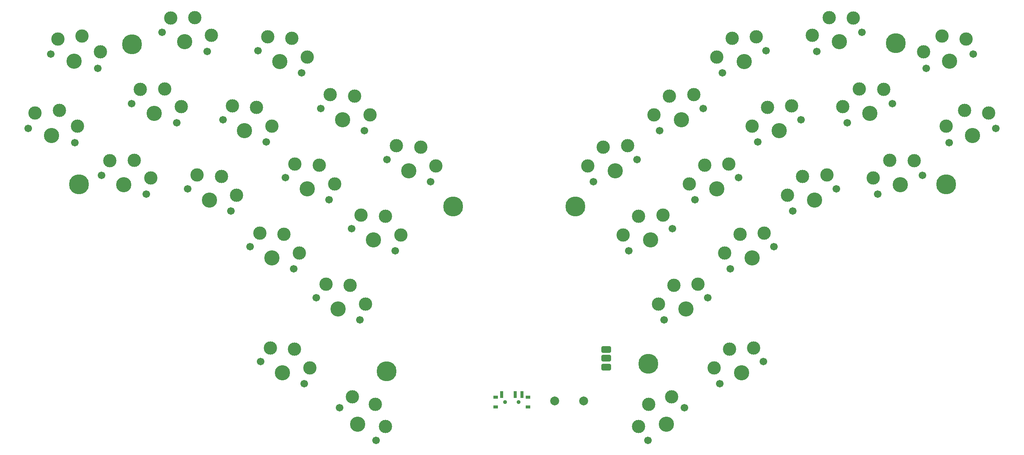
<source format=gbr>
%TF.GenerationSoftware,KiCad,Pcbnew,7.0.2*%
%TF.CreationDate,2023-05-29T21:35:39+02:00*%
%TF.ProjectId,Bolbol,426f6c62-6f6c-42e6-9b69-6361645f7063,rev?*%
%TF.SameCoordinates,Original*%
%TF.FileFunction,Soldermask,Top*%
%TF.FilePolarity,Negative*%
%FSLAX46Y46*%
G04 Gerber Fmt 4.6, Leading zero omitted, Abs format (unit mm)*
G04 Created by KiCad (PCBNEW 7.0.2) date 2023-05-29 21:35:39*
%MOMM*%
%LPD*%
G01*
G04 APERTURE LIST*
G04 Aperture macros list*
%AMRoundRect*
0 Rectangle with rounded corners*
0 $1 Rounding radius*
0 $2 $3 $4 $5 $6 $7 $8 $9 X,Y pos of 4 corners*
0 Add a 4 corners polygon primitive as box body*
4,1,4,$2,$3,$4,$5,$6,$7,$8,$9,$2,$3,0*
0 Add four circle primitives for the rounded corners*
1,1,$1+$1,$2,$3*
1,1,$1+$1,$4,$5*
1,1,$1+$1,$6,$7*
1,1,$1+$1,$8,$9*
0 Add four rect primitives between the rounded corners*
20,1,$1+$1,$2,$3,$4,$5,0*
20,1,$1+$1,$4,$5,$6,$7,0*
20,1,$1+$1,$6,$7,$8,$9,0*
20,1,$1+$1,$8,$9,$2,$3,0*%
G04 Aperture macros list end*
%ADD10C,1.701800*%
%ADD11C,3.000000*%
%ADD12C,3.429000*%
%ADD13C,4.500000*%
%ADD14C,2.000000*%
%ADD15R,1.000000X0.800000*%
%ADD16C,0.900000*%
%ADD17R,0.700000X1.500000*%
%ADD18RoundRect,0.375000X0.750000X-0.375000X0.750000X0.375000X-0.750000X0.375000X-0.750000X-0.375000X0*%
G04 APERTURE END LIST*
D10*
%TO.C,SW9*%
X100238946Y-70088028D03*
D11*
X102386913Y-66973750D03*
X107840725Y-67283487D03*
D12*
X105139482Y-72584976D03*
D11*
X111296979Y-71513655D03*
D10*
X110040018Y-75081924D03*
%TD*%
%TO.C,SW35*%
X107188766Y-97197991D03*
D11*
X109336733Y-94083713D03*
X114790545Y-94393450D03*
D12*
X112089302Y-99694939D03*
D11*
X118246799Y-98623618D03*
D10*
X116989838Y-102191887D03*
%TD*%
D13*
%TO.C,H2*%
X122975646Y-113789862D03*
%TD*%
D10*
%TO.C,SW19*%
X112422531Y-121976233D03*
D11*
X115303343Y-119524006D03*
X120491155Y-121234739D03*
D12*
X116509828Y-125656451D03*
D11*
X122734791Y-126215312D03*
D10*
X120597125Y-129336669D03*
%TD*%
%TO.C,SW8*%
X108183779Y-54495415D03*
D11*
X110331746Y-51381137D03*
X115785558Y-51690874D03*
D12*
X113084315Y-56992363D03*
D11*
X119241812Y-55921042D03*
D10*
X117984851Y-59489311D03*
%TD*%
%TO.C,SW5*%
X94083607Y-41418805D03*
D11*
X96231574Y-38304527D03*
X101685386Y-38614264D03*
D12*
X98984143Y-43915753D03*
D11*
X105141640Y-42844432D03*
D10*
X103884679Y-46412701D03*
%TD*%
D13*
%TO.C,H2*%
X65673246Y-40002862D03*
%TD*%
D10*
%TO.C,SW29*%
X219889912Y-41595028D03*
D11*
X218884923Y-37947770D03*
X222627839Y-33969003D03*
D12*
X224952689Y-39446007D03*
D11*
X228089972Y-34040459D03*
D10*
X230015466Y-37296986D03*
%TD*%
%TO.C,SW13*%
X115133601Y-81605377D03*
D11*
X117281568Y-78491099D03*
X122735380Y-78800836D03*
D12*
X120034137Y-84102325D03*
D11*
X126191634Y-83031004D03*
D10*
X124934673Y-86599273D03*
%TD*%
%TO.C,SW12*%
X123078434Y-66012761D03*
D11*
X125226401Y-62898483D03*
X130680213Y-63208220D03*
D12*
X127978970Y-68509709D03*
D11*
X134136467Y-67438388D03*
D10*
X132879506Y-71006657D03*
%TD*%
%TO.C,SW6*%
X86138776Y-57011419D03*
D11*
X88286743Y-53897141D03*
X93740555Y-54206878D03*
D12*
X91039312Y-59508367D03*
D11*
X97196809Y-58437046D03*
D10*
X95939848Y-62005315D03*
%TD*%
D13*
%TO.C,H2*%
X248959646Y-71600462D03*
%TD*%
D10*
%TO.C,SW2*%
X72462425Y-37296988D03*
D11*
X74387919Y-34040461D03*
X79850052Y-33969005D03*
D12*
X77525202Y-39446009D03*
D11*
X83592968Y-37947772D03*
D10*
X82587979Y-41595030D03*
%TD*%
D14*
%TO.C,SW33*%
X160829868Y-120474480D03*
X167329868Y-120474480D03*
%TD*%
D10*
%TO.C,SW28*%
X249649817Y-62177004D03*
D11*
X249031576Y-58444677D03*
X253169881Y-54878947D03*
D12*
X254909493Y-60568960D03*
D11*
X258594623Y-55520960D03*
D10*
X260169169Y-58960916D03*
%TD*%
%TO.C,SW36*%
X185488053Y-102191887D03*
D11*
X184231092Y-98623618D03*
X187687346Y-94393450D03*
D12*
X190388589Y-99694939D03*
D11*
X193141158Y-94083713D03*
D10*
X195289125Y-97197991D03*
%TD*%
%TO.C,SW24*%
X198007782Y-116575802D03*
D11*
X196750821Y-113007533D03*
X200207075Y-108777365D03*
D12*
X202908318Y-114078854D03*
D11*
X205660887Y-108467628D03*
D10*
X207808854Y-111581906D03*
%TD*%
%TO.C,SW4*%
X58786838Y-69514658D03*
D11*
X60712332Y-66258131D03*
X66174465Y-66186675D03*
D12*
X63849615Y-71663679D03*
D11*
X69917381Y-70165442D03*
D10*
X68912392Y-73812700D03*
%TD*%
%TO.C,SW20*%
X181880766Y-129336668D03*
D11*
X179743100Y-126215311D03*
X181986736Y-121234738D03*
D12*
X185968063Y-125656450D03*
D11*
X187174548Y-119524005D03*
D10*
X190055360Y-121976232D03*
%TD*%
%TO.C,SW11*%
X47425226Y-42225581D03*
D11*
X48999772Y-38785625D03*
X54424514Y-38143612D03*
D12*
X52684902Y-43833625D03*
D11*
X58562819Y-41709342D03*
D10*
X57944578Y-45441669D03*
%TD*%
%TO.C,SW25*%
X198593211Y-46412702D03*
D11*
X197336250Y-42844433D03*
X200792504Y-38614265D03*
D12*
X203493747Y-43915754D03*
D11*
X206246316Y-38304528D03*
D10*
X208394283Y-41418806D03*
%TD*%
D15*
%TO.C,SW34*%
X147545046Y-119621462D03*
X147545046Y-121831462D03*
D16*
X149695046Y-120731462D03*
X152695046Y-120731462D03*
D15*
X154845046Y-119621462D03*
X154845046Y-121831462D03*
D17*
X148945046Y-118971462D03*
X151945046Y-118971462D03*
X153445046Y-118971462D03*
%TD*%
D10*
%TO.C,SW23*%
X200382708Y-90674540D03*
D11*
X199125747Y-87106271D03*
X202582001Y-82876103D03*
D12*
X205283244Y-88177592D03*
D11*
X208035813Y-82566366D03*
D10*
X210183780Y-85680644D03*
%TD*%
D13*
%TO.C,H2*%
X53709846Y-71549662D03*
%TD*%
D10*
%TO.C,SW3*%
X65624631Y-53405822D03*
D11*
X67550125Y-50149295D03*
X73012258Y-50077839D03*
D12*
X70687408Y-55554843D03*
D11*
X76755174Y-54056606D03*
D10*
X75750185Y-57703864D03*
%TD*%
%TO.C,SW30*%
X226727705Y-57703865D03*
D11*
X225722716Y-54056607D03*
X229465632Y-50077840D03*
D12*
X231790482Y-55554844D03*
D11*
X234927765Y-50149296D03*
D10*
X236853259Y-53405823D03*
%TD*%
%TO.C,SW27*%
X214482877Y-77597931D03*
D11*
X213225916Y-74029662D03*
X216682170Y-69799494D03*
D12*
X219383413Y-75100983D03*
D11*
X222135982Y-69489757D03*
D10*
X224283949Y-72604035D03*
%TD*%
%TO.C,SW14*%
X42308723Y-58960915D03*
D11*
X43883269Y-55520959D03*
X49308011Y-54878946D03*
D12*
X47568399Y-60568959D03*
D11*
X53446316Y-58444676D03*
D10*
X52828075Y-62177003D03*
%TD*%
%TO.C,SW15*%
X94669036Y-111581903D03*
D11*
X96817003Y-108467625D03*
X102270815Y-108777362D03*
D12*
X99569572Y-114078851D03*
D11*
X105727069Y-113007530D03*
D10*
X104470108Y-116575799D03*
%TD*%
D13*
%TO.C,H2*%
X181929046Y-112088062D03*
%TD*%
D10*
%TO.C,SW26*%
X206538042Y-62005315D03*
D11*
X205281081Y-58437046D03*
X208737335Y-54206878D03*
D12*
X211438578Y-59508367D03*
D11*
X214191147Y-53897141D03*
D10*
X216339114Y-57011419D03*
%TD*%
D13*
%TO.C,*%
X165520646Y-76553462D03*
%TD*%
%TO.C,*%
X137987046Y-76553462D03*
%TD*%
D10*
%TO.C,SW32*%
X244533311Y-45441668D03*
D11*
X243915070Y-41709341D03*
X248053375Y-38143611D03*
D12*
X249792987Y-43833624D03*
D11*
X253478117Y-38785624D03*
D10*
X255052663Y-42225580D03*
%TD*%
%TO.C,SW7*%
X78193940Y-72604034D03*
D11*
X80341907Y-69489756D03*
X85795719Y-69799493D03*
D12*
X83094476Y-75100982D03*
D11*
X89251973Y-74029661D03*
D10*
X87995012Y-77597930D03*
%TD*%
D13*
%TO.C,H2*%
X237631246Y-39774262D03*
%TD*%
D10*
%TO.C,SW17*%
X169598384Y-71006657D03*
D11*
X168341423Y-67438388D03*
X171797677Y-63208220D03*
D12*
X174498920Y-68509709D03*
D11*
X177251489Y-62898483D03*
D10*
X179399456Y-66012761D03*
%TD*%
%TO.C,SW31*%
X233565500Y-73812700D03*
D11*
X232560511Y-70165442D03*
X236303427Y-66186675D03*
D12*
X238628277Y-71663679D03*
D11*
X241765560Y-66258131D03*
D10*
X243691054Y-69514658D03*
%TD*%
%TO.C,SW10*%
X92294112Y-85680643D03*
D11*
X94442079Y-82566365D03*
X99895891Y-82876102D03*
D12*
X97194648Y-88177591D03*
D11*
X103352145Y-87106270D03*
D10*
X102095184Y-90674539D03*
%TD*%
D18*
%TO.C,PAD1*%
X172461870Y-108822480D03*
X172461870Y-110822480D03*
X172461870Y-112822480D03*
%TD*%
D10*
%TO.C,SW22*%
X192437874Y-75081925D03*
D11*
X191180913Y-71513656D03*
X194637167Y-67283488D03*
D12*
X197338410Y-72584977D03*
D11*
X200090979Y-66973751D03*
D10*
X202238946Y-70088029D03*
%TD*%
%TO.C,SW18*%
X177543219Y-86599270D03*
D11*
X176286258Y-83031001D03*
X179742512Y-78800833D03*
D12*
X182443755Y-84102322D03*
D11*
X185196324Y-78491096D03*
D10*
X187344291Y-81605374D03*
%TD*%
%TO.C,SW21*%
X184493039Y-59489308D03*
D11*
X183236078Y-55921039D03*
X186692332Y-51690871D03*
D12*
X189393575Y-56992360D03*
D11*
X192146144Y-51381134D03*
D10*
X194294111Y-54495412D03*
%TD*%
M02*

</source>
